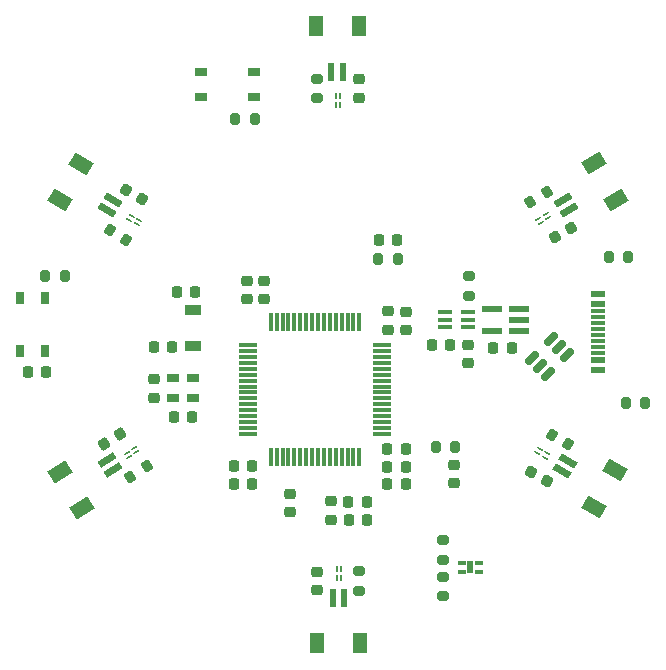
<source format=gtp>
G04 #@! TF.GenerationSoftware,KiCad,Pcbnew,8.0.6*
G04 #@! TF.CreationDate,2025-05-06T14:40:43+02:00*
G04 #@! TF.ProjectId,capacitance,63617061-6369-4746-916e-63652e6b6963,rev?*
G04 #@! TF.SameCoordinates,Original*
G04 #@! TF.FileFunction,Paste,Top*
G04 #@! TF.FilePolarity,Positive*
%FSLAX46Y46*%
G04 Gerber Fmt 4.6, Leading zero omitted, Abs format (unit mm)*
G04 Created by KiCad (PCBNEW 8.0.6) date 2025-05-06 14:40:43*
%MOMM*%
%LPD*%
G01*
G04 APERTURE LIST*
G04 Aperture macros list*
%AMRoundRect*
0 Rectangle with rounded corners*
0 $1 Rounding radius*
0 $2 $3 $4 $5 $6 $7 $8 $9 X,Y pos of 4 corners*
0 Add a 4 corners polygon primitive as box body*
4,1,4,$2,$3,$4,$5,$6,$7,$8,$9,$2,$3,0*
0 Add four circle primitives for the rounded corners*
1,1,$1+$1,$2,$3*
1,1,$1+$1,$4,$5*
1,1,$1+$1,$6,$7*
1,1,$1+$1,$8,$9*
0 Add four rect primitives between the rounded corners*
20,1,$1+$1,$2,$3,$4,$5,0*
20,1,$1+$1,$4,$5,$6,$7,0*
20,1,$1+$1,$6,$7,$8,$9,0*
20,1,$1+$1,$8,$9,$2,$3,0*%
%AMRotRect*
0 Rectangle, with rotation*
0 The origin of the aperture is its center*
0 $1 length*
0 $2 width*
0 $3 Rotation angle, in degrees counterclockwise*
0 Add horizontal line*
21,1,$1,$2,0,0,$3*%
G04 Aperture macros list end*
%ADD10RoundRect,0.218750X0.218750X0.256250X-0.218750X0.256250X-0.218750X-0.256250X0.218750X-0.256250X0*%
%ADD11RoundRect,0.225000X0.225000X0.250000X-0.225000X0.250000X-0.225000X-0.250000X0.225000X-0.250000X0*%
%ADD12R,0.152400X0.533400*%
%ADD13R,0.990600X0.711200*%
%ADD14RoundRect,0.200000X0.200000X0.275000X-0.200000X0.275000X-0.200000X-0.275000X0.200000X-0.275000X0*%
%ADD15RoundRect,0.200000X0.275000X-0.200000X0.275000X0.200000X-0.275000X0.200000X-0.275000X-0.200000X0*%
%ADD16RoundRect,0.200000X-0.200000X-0.275000X0.200000X-0.275000X0.200000X0.275000X-0.200000X0.275000X0*%
%ADD17RotRect,0.533400X0.152400X150.000000*%
%ADD18R,1.805236X0.612132*%
%ADD19RoundRect,0.225000X0.250000X-0.225000X0.250000X0.225000X-0.250000X0.225000X-0.250000X-0.225000X0*%
%ADD20RoundRect,0.225000X-0.225000X-0.250000X0.225000X-0.250000X0.225000X0.250000X-0.225000X0.250000X0*%
%ADD21RoundRect,0.200000X-0.275000X0.200000X-0.275000X-0.200000X0.275000X-0.200000X0.275000X0.200000X0*%
%ADD22RotRect,0.600000X1.550000X302.000000*%
%ADD23RotRect,1.200000X1.800000X302.000000*%
%ADD24RoundRect,0.200000X0.029798X0.338729X-0.313069X0.132713X-0.029798X-0.338729X0.313069X-0.132713X0*%
%ADD25R,0.990600X0.736600*%
%ADD26RotRect,0.600000X1.550000X239.000000*%
%ADD27RotRect,1.200000X1.800000X239.000000*%
%ADD28RoundRect,0.225000X-0.250000X0.225000X-0.250000X-0.225000X0.250000X-0.225000X0.250000X0.225000X0*%
%ADD29RoundRect,0.075000X-0.700000X-0.075000X0.700000X-0.075000X0.700000X0.075000X-0.700000X0.075000X0*%
%ADD30RoundRect,0.075000X-0.075000X-0.700000X0.075000X-0.700000X0.075000X0.700000X-0.075000X0.700000X0*%
%ADD31R,0.711200X0.990600*%
%ADD32R,1.200000X0.400000*%
%ADD33RoundRect,0.225000X0.064103X0.330175X-0.321622X0.098408X-0.064103X-0.330175X0.321622X-0.098408X0*%
%ADD34RotRect,0.533400X0.152400X329.000000*%
%ADD35RoundRect,0.225000X-0.321622X-0.098408X0.064103X-0.330175X0.321622X0.098408X-0.064103X0.330175X0*%
%ADD36RotRect,0.600000X1.550000X121.000000*%
%ADD37RotRect,1.200000X1.800000X121.000000*%
%ADD38RoundRect,0.218750X0.256250X-0.218750X0.256250X0.218750X-0.256250X0.218750X-0.256250X-0.218750X0*%
%ADD39RoundRect,0.225000X-0.058331X-0.331244X0.323291X-0.092780X0.058331X0.331244X-0.323291X0.092780X0*%
%ADD40RoundRect,0.225000X0.319856X0.104006X-0.069856X0.329006X-0.319856X-0.104006X0.069856X-0.329006X0*%
%ADD41RotRect,0.533400X0.152400X32.000000*%
%ADD42RotRect,0.533400X0.152400X211.000000*%
%ADD43R,1.397000X0.965200*%
%ADD44R,0.600000X1.550000*%
%ADD45R,1.200000X1.800000*%
%ADD46R,1.150000X0.600000*%
%ADD47R,1.150000X0.300000*%
%ADD48RotRect,0.600000X1.550000X60.000000*%
%ADD49RotRect,1.200000X1.800000X60.000000*%
%ADD50R,0.711200X0.304800*%
%ADD51R,0.508000X1.092200*%
%ADD52RoundRect,0.200000X-0.313069X-0.132713X0.029798X-0.338729X0.313069X0.132713X-0.029798X0.338729X0*%
%ADD53RoundRect,0.150000X0.256326X0.468458X-0.468458X-0.256326X-0.256326X-0.468458X0.468458X0.256326X0*%
%ADD54RoundRect,0.200000X-0.023882X-0.339197X0.315337X-0.127229X0.023882X0.339197X-0.315337X0.127229X0*%
%ADD55RoundRect,0.200000X0.310705X0.138157X-0.035705X0.338157X-0.310705X-0.138157X0.035705X-0.338157X0*%
G04 APERTURE END LIST*
D10*
X148327502Y-97120001D03*
X146752498Y-97119999D03*
D11*
X136025003Y-117819999D03*
X134475001Y-117819999D03*
X130955001Y-112100000D03*
X129404999Y-112100000D03*
D12*
X143504452Y-84962436D03*
X143104452Y-84962436D03*
X143104452Y-85699036D03*
X143504452Y-85699036D03*
D13*
X131719999Y-82905001D03*
X136220001Y-82905001D03*
X131719999Y-85054999D03*
X136220001Y-85054999D03*
D12*
X143178348Y-125750000D03*
X143578348Y-125750000D03*
X143578348Y-125013400D03*
X143178348Y-125013400D03*
D14*
X167865004Y-98579998D03*
X166214996Y-98580002D03*
D15*
X152155659Y-127290311D03*
X152155659Y-125640311D03*
D11*
X131205001Y-101534000D03*
X129654999Y-101534000D03*
D16*
X146702500Y-98720000D03*
X148352500Y-98720000D03*
D17*
X160819261Y-115561161D03*
X161019227Y-115214749D03*
X160381299Y-114846419D03*
X160181333Y-115192831D03*
D18*
X158620485Y-104850003D03*
X158620483Y-103899999D03*
X158620480Y-102949998D03*
X156319515Y-102949997D03*
X156319520Y-104850002D03*
D19*
X137070000Y-102155000D03*
X137070000Y-100605000D03*
D20*
X144205000Y-120840000D03*
X145755000Y-120840000D03*
D21*
X152149513Y-122560311D03*
X152149513Y-124210311D03*
D20*
X144180000Y-119340000D03*
X145730000Y-119340000D03*
D22*
X123719144Y-115793611D03*
X124249040Y-116641664D03*
D23*
X119744069Y-116744599D03*
X121651763Y-119797583D03*
D20*
X147465003Y-116319999D03*
X149014997Y-116320001D03*
D24*
X160981678Y-93085785D03*
X159567384Y-93935583D03*
D25*
X129286399Y-108831099D03*
X129286400Y-110561099D03*
X131013601Y-110561099D03*
X131013600Y-108831099D03*
D19*
X149020000Y-104765001D03*
X149020000Y-103214999D03*
D11*
X152795001Y-106020000D03*
X151244999Y-106020000D03*
D26*
X124225183Y-93783409D03*
X123710136Y-94640574D03*
D27*
X121573204Y-90673322D03*
X119719058Y-93759120D03*
D28*
X127680000Y-108934999D03*
X127680000Y-110485001D03*
D29*
X135675000Y-106050000D03*
X135675000Y-106550000D03*
X135675000Y-107050000D03*
X135675000Y-107550000D03*
X135675000Y-108050000D03*
X135675000Y-108550000D03*
X135675000Y-109050000D03*
X135675000Y-109550000D03*
X135675000Y-110050000D03*
X135675000Y-110550000D03*
X135675000Y-111050000D03*
X135675000Y-111550000D03*
X135675000Y-112050000D03*
X135675000Y-112550000D03*
X135675000Y-113050000D03*
X135675000Y-113550000D03*
D30*
X137600000Y-115475000D03*
X138100000Y-115475000D03*
X138600000Y-115475000D03*
X139100000Y-115475000D03*
X139600000Y-115475000D03*
X140100000Y-115475000D03*
X140600000Y-115475000D03*
X141100000Y-115475000D03*
X141600000Y-115475000D03*
X142100000Y-115475000D03*
X142600000Y-115475000D03*
X143100000Y-115475000D03*
X143600000Y-115475000D03*
X144100000Y-115475000D03*
X144600000Y-115475000D03*
X145100000Y-115475000D03*
D29*
X147025000Y-113550000D03*
X147025000Y-113050000D03*
X147025000Y-112550000D03*
X147025000Y-112050000D03*
X147025000Y-111550000D03*
X147025000Y-111050000D03*
X147025000Y-110550000D03*
X147025000Y-110050000D03*
X147025000Y-109550000D03*
X147025000Y-109050000D03*
X147025000Y-108550000D03*
X147025000Y-108050000D03*
X147025000Y-107550000D03*
X147025000Y-107050000D03*
X147025000Y-106550000D03*
X147025000Y-106050000D03*
D30*
X145100000Y-104125000D03*
X144600000Y-104125000D03*
X144100000Y-104125000D03*
X143600000Y-104125000D03*
X143100000Y-104125000D03*
X142600000Y-104125000D03*
X142100000Y-104125000D03*
X141600000Y-104125000D03*
X141100000Y-104125000D03*
X140600000Y-104125000D03*
X140100000Y-104125000D03*
X139600000Y-104125000D03*
X139100000Y-104125000D03*
X138600000Y-104125000D03*
X138100000Y-104125000D03*
X137600000Y-104125000D03*
D28*
X154320026Y-106039994D03*
X154320000Y-107590000D03*
D31*
X116375001Y-106580001D03*
X116375001Y-102079998D03*
X118524999Y-106580002D03*
X118524999Y-102079999D03*
D32*
X154294996Y-104524943D03*
X154294997Y-103875005D03*
X154295014Y-103224969D03*
X152394998Y-103225025D03*
X152394997Y-103874963D03*
X152394980Y-104524999D03*
D14*
X136265000Y-86900000D03*
X134615000Y-86900000D03*
D33*
X163034775Y-96095495D03*
X161706171Y-96893815D03*
D34*
X125820436Y-95081291D03*
X125614420Y-95424156D03*
X126245810Y-95803533D03*
X126451826Y-95460668D03*
D28*
X145060003Y-83535003D03*
X145059999Y-85084997D03*
D35*
X125373056Y-92892338D03*
X126701656Y-93690648D03*
D14*
X153220000Y-114680001D03*
X151570000Y-114680001D03*
D11*
X118565000Y-108339999D03*
X117015000Y-108339999D03*
D36*
X162841126Y-94619877D03*
X162326125Y-93762698D03*
D37*
X166832219Y-93738386D03*
X164978111Y-90652563D03*
D38*
X142725000Y-120847500D03*
X142725000Y-119272500D03*
D39*
X123521867Y-114373273D03*
X124836353Y-113551901D03*
D40*
X161002625Y-117532074D03*
X159660281Y-116757074D03*
D15*
X145058349Y-126826700D03*
X145058345Y-125176702D03*
D41*
X125392706Y-115140959D03*
X125604695Y-115480158D03*
X126229386Y-115089819D03*
X126017397Y-114750620D03*
D16*
X167665006Y-110950024D03*
X169314994Y-110949976D03*
D42*
X161072866Y-95298299D03*
X160866872Y-94955503D03*
X160235428Y-95334895D03*
X160441422Y-95677691D03*
D19*
X141538347Y-126791701D03*
X141538349Y-125241709D03*
D43*
X131000000Y-103102000D03*
X131000000Y-106150000D03*
D44*
X142838347Y-127421701D03*
X143838344Y-127421704D03*
D45*
X141538346Y-131296700D03*
X145138348Y-131296703D03*
D15*
X154410000Y-101860000D03*
X154410000Y-100210000D03*
D20*
X147464999Y-117830000D03*
X149015001Y-117830000D03*
D11*
X136025001Y-116300000D03*
X134474999Y-116300000D03*
D28*
X139240000Y-118620000D03*
X139240000Y-120170000D03*
D46*
X165265000Y-108120000D03*
X165265000Y-107320000D03*
D47*
X165265000Y-106170000D03*
X165265000Y-105170000D03*
X165265000Y-104670000D03*
X165265000Y-103670000D03*
D46*
X165265000Y-102520000D03*
X165265000Y-101720000D03*
D47*
X165265000Y-103170000D03*
X165265000Y-104170000D03*
X165265000Y-105670000D03*
X165265000Y-106670000D03*
D48*
X162226758Y-116696445D03*
X162726793Y-115830427D03*
D49*
X164932631Y-119759769D03*
X166732636Y-116642093D03*
D50*
X153760699Y-124469951D03*
X153760699Y-125270049D03*
X155259301Y-125270049D03*
X155259301Y-124469951D03*
D51*
X154510000Y-124870000D03*
D20*
X147464999Y-114810000D03*
X149015001Y-114810000D03*
D11*
X129235001Y-106194000D03*
X127684999Y-106194000D03*
D38*
X153125000Y-117750001D03*
X153125000Y-116174999D03*
D52*
X123958011Y-96318508D03*
X125372351Y-97168316D03*
D44*
X143730001Y-82900003D03*
X142730004Y-82899999D03*
D45*
X145030003Y-79025005D03*
X141429999Y-79024997D03*
D53*
X162656093Y-106877405D03*
X161984331Y-106205675D03*
X161312573Y-105533909D03*
X159703907Y-107142595D03*
X160375669Y-107814325D03*
X161047427Y-108486091D03*
D19*
X135560000Y-102165000D03*
X135560000Y-100615000D03*
X147520000Y-104740002D03*
X147520000Y-103190000D03*
D21*
X141509996Y-83485000D03*
X141510006Y-85135000D03*
D11*
X157985003Y-106260013D03*
X156434997Y-106259987D03*
D54*
X125702875Y-117184500D03*
X127102129Y-116310118D03*
D55*
X162807087Y-114454576D03*
X161378155Y-113629588D03*
D14*
X120175000Y-100175000D03*
X118525000Y-100175000D03*
M02*

</source>
